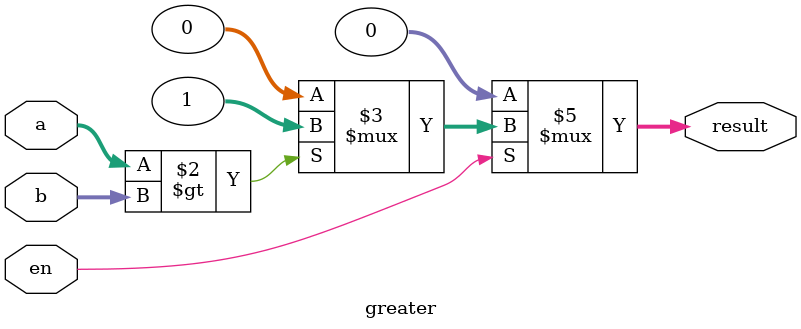
<source format=v>
module greater(
    input [31:0]a,b,
    input en,
    output reg[31:0]result
);
    always @(*) begin
        if(en)begin
            result = (a > b) ? 1 : 0;    
        end else begin
            result = 32'd0;  
        end
    end
endmodule
</source>
